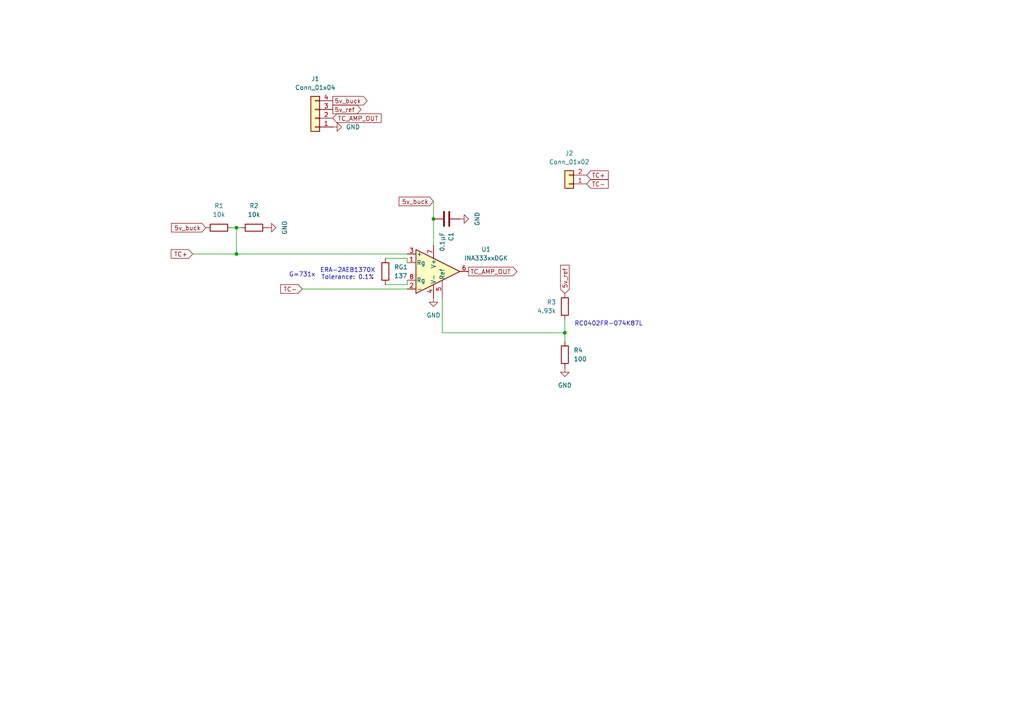
<source format=kicad_sch>
(kicad_sch (version 20250114) (generator "eeschema") (generator_version "9.0")
  (paper "A4")
  (lib_symbols
    (symbol "Amplifier_Instrumentation:INA333xxDGK" (pin_names (offset 0.127))
      (property "Reference" "U" (at 3.81 3.175 0))
      (property "Value" "INA333xxDGK" (at 3.81 -3.175 0))
      (symbol "INA333xxDGK_0_1"
        (polyline (pts (xy 7.62 0) (xy -5.08 6.35) (xy -5.08 -6.35) (xy 7.62 0)) (stroke (width 0.254)) (fill (type background)))
      )
      (symbol "INA333xxDGK_1_1"
        (pin input line (at -7.62 5.08 0) (length 2.54) (name "+") (number "3"))
        (pin passive line (at -7.62 2.54 0) (length 2.54) (name "Rg") (number "1"))
        (pin passive line (at -7.62 -2.54 0) (length 2.54) (name "Rg") (number "8"))
        (pin input line (at -7.62 -5.08 0) (length 2.54) (name "-") (number "2"))
        (pin power_in line (at 0 7.62 270) (length 3.81) (name "V+") (number "7"))
        (pin power_in line (at 0 -7.62 90) (length 3.81) (name "V-") (number "4"))
        (pin input line (at 2.54 -7.62 90) (length 5.08) (name "Ref") (number "5"))
        (pin output line (at 10.16 0 180) (length 2.54) (name "~") (number "6"))
      )
    )
    (symbol "Connector_Generic:Conn_01x02" (pin_names (offset 1.016) (hide yes))
      (property "Reference" "J" (at 0 2.54 0))
      (property "Value" "Conn_01x02" (at 0 -5.08 0))
      (symbol "Conn_01x02_1_1"
        (rectangle (start -1.27 1.27) (end 1.27 -3.81) (stroke (width 0.254)) (fill (type background)))
        (rectangle (start -1.27 0.127) (end 0 -0.127) (stroke (width 0.1524)))
        (rectangle (start -1.27 -2.413) (end 0 -2.667) (stroke (width 0.1524)))
        (pin passive line (at -5.08 0 0) (length 3.81) (name "Pin_1") (number "1"))
        (pin passive line (at -5.08 -2.54 0) (length 3.81) (name "Pin_2") (number "2"))
      )
    )
    (symbol "Connector_Generic:Conn_01x04" (pin_names (offset 1.016) (hide yes))
      (property "Reference" "J" (at 0 5.08 0))
      (property "Value" "Conn_01x04" (at 0 -7.62 0))
      (symbol "Conn_01x04_1_1"
        (rectangle (start -1.27 3.81) (end 1.27 -6.35) (stroke (width 0.254)) (fill (type background)))
        (rectangle (start -1.27 2.667) (end 0 2.413) (stroke (width 0.1524)))
        (rectangle (start -1.27 0.127) (end 0 -0.127) (stroke (width 0.1524)))
        (rectangle (start -1.27 -2.413) (end 0 -2.667) (stroke (width 0.1524)))
        (rectangle (start -1.27 -4.953) (end 0 -5.207) (stroke (width 0.1524)))
        (pin passive line (at -5.08 2.54 0) (length 3.81) (name "Pin_1") (number "1"))
        (pin passive line (at -5.08 0 0) (length 3.81) (name "Pin_2") (number "2"))
        (pin passive line (at -5.08 -2.54 0) (length 3.81) (name "Pin_3") (number "3"))
        (pin passive line (at -5.08 -5.08 0) (length 3.81) (name "Pin_4") (number "4"))
      )
    )
    (symbol "Device:C" (pin_numbers (hide yes)) (pin_names (offset 0.254))
      (property "Reference" "C" (at 0.635 2.54 0))
      (property "Value" "C" (at 0.635 -2.54 0))
      (symbol "C_0_1"
        (polyline (pts (xy -2.032 0.762) (xy 2.032 0.762)) (stroke (width 0.508)))
        (polyline (pts (xy -2.032 -0.762) (xy 2.032 -0.762)) (stroke (width 0.508)))
      )
      (symbol "C_1_1"
        (pin passive line (at 0 3.81 270) (length 2.794) (name "~") (number "1"))
        (pin passive line (at 0 -3.81 90) (length 2.794) (name "~") (number "2"))
      )
    )
    (symbol "Device:R" (pin_numbers (hide yes)) (pin_names (offset 0))
      (property "Reference" "R" (at 2.032 0 90))
      (property "Value" "R" (at 0 0 90))
      (symbol "R_0_1"
        (rectangle (start -1.016 -2.54) (end 1.016 2.54) (stroke (width 0.254)))
      )
      (symbol "R_1_1"
        (pin passive line (at 0 3.81 270) (length 1.27) (name "~") (number "1"))
        (pin passive line (at 0 -3.81 90) (length 1.27) (name "~") (number "2"))
      )
    )
    (symbol "power:GND" (power) (pin_numbers (hide yes)) (pin_names (offset 0) (hide yes))
      (property "Value" "GND" (at 0 -3.81 0))
      (symbol "GND_0_1"
        (polyline (pts (xy 0 0) (xy 0 -1.27) (xy 1.27 -1.27) (xy 0 -2.54) (xy -1.27 -1.27) (xy 0 -1.27)))
      )
      (symbol "GND_1_1"
        (pin power_in line (at 0 0 270) (length 0) (name "~") (number "1"))
      )
    )
  )
  (text "ERA-2AEB1370X\nTolerance: 0.1%" (at 100.838 79.502 0) (effects (font (size 1.27 1.27))))
  (text "G=731x" (at 87.63 79.756 0) (effects (font (size 1.27 1.27))))
  (text "RC0402FR-074K87L\n" (at 176.53 93.98 0) (effects (font (size 1.27 1.27))))
  (junction (at 68.58 73.66))
  (junction (at 68.58 66.04))
  (junction (at 125.73 63.5))
  (junction (at 163.83 96.52))
  (wire (pts (xy 68.58 66.04) (xy 68.58 73.66)))
  (wire (pts (xy 128.27 96.52) (xy 163.83 96.52)))
  (wire (pts (xy 55.88 73.66) (xy 68.58 73.66)))
  (wire (pts (xy 118.11 74.93) (xy 118.11 76.2)))
  (wire (pts (xy 68.58 73.66) (xy 118.11 73.66)))
  (wire (pts (xy 125.73 63.5) (xy 125.73 71.12)))
  (wire (pts (xy 125.73 58.42) (xy 125.73 63.5)))
  (wire (pts (xy 163.83 96.52) (xy 163.83 92.71)))
  (wire (pts (xy 163.83 96.52) (xy 163.83 99.06)))
  (wire (pts (xy 128.27 86.36) (xy 128.27 96.52)))
  (wire (pts (xy 87.63 83.82) (xy 118.11 83.82)))
  (wire (pts (xy 111.76 82.55) (xy 118.11 82.55)))
  (wire (pts (xy 111.76 74.93) (xy 118.11 74.93)))
  (wire (pts (xy 69.85 66.04) (xy 68.58 66.04)))
  (wire (pts (xy 68.58 66.04) (xy 67.31 66.04)))
  (wire (pts (xy 118.11 82.55) (xy 118.11 81.28)))
  (global_label "TC+" (shape input) (at 55.88 73.66 180) (property "Intersheetrefs" "${INTERSHEET_REFS}" (effects (hide yes))))
  (global_label "5v_buck" (shape output) (at 96.52 29.21 0) (property "Intersheetrefs" "${INTERSHEET_REFS}" (effects (hide yes))))
  (global_label "5v_ref" (shape output) (at 96.52 31.75 0) (property "Intersheetrefs" "${INTERSHEET_REFS}" (effects (hide yes))))
  (global_label "TC-" (shape input) (at 170.18 53.34 0) (property "Intersheetrefs" "${INTERSHEET_REFS}" (effects (hide yes))))
  (global_label "5v_buck" (shape input) (at 125.73 58.42 180) (property "Intersheetrefs" "${INTERSHEET_REFS}" (effects (hide yes))))
  (global_label "5v_ref" (shape input) (at 163.83 85.09 90) (property "Intersheetrefs" "${INTERSHEET_REFS}" (effects (hide yes))))
  (global_label "TC+" (shape input) (at 170.18 50.8 0) (property "Intersheetrefs" "${INTERSHEET_REFS}" (effects (hide yes))))
  (global_label "TC_AMP_OUT" (shape input) (at 96.52 34.29 0) (property "Intersheetrefs" "${INTERSHEET_REFS}" (effects (hide yes))))
  (global_label "TC_AMP_OUT" (shape output) (at 135.89 78.74 0) (property "Intersheetrefs" "${INTERSHEET_REFS}" (effects (hide yes))))
  (global_label "5v_buck" (shape input) (at 59.69 66.04 180) (property "Intersheetrefs" "${INTERSHEET_REFS}" (effects (hide yes))))
  (global_label "TC-" (shape input) (at 87.63 83.82 180) (property "Intersheetrefs" "${INTERSHEET_REFS}" (effects (hide yes))))
  (symbol (lib_id "Device:R") (at 163.83 102.87 0) (unit 1)
    (property "Reference" "R4" (at 166.37 101.5999 0) (effects (justify left)))
    (property "Value" "100" (at 166.37 104.1399 0) (effects (justify left)))
    (property "Footprint" "Resistor_SMD:R_0402_1005Metric" (effects (hide yes)))
    (property "Description" "Resistor" (effects (hide yes)))
  )
  (symbol (lib_id "Device:R") (at 163.83 88.9 0) (mirror y) (unit 1)
    (property "Reference" "R3" (at 161.29 87.6299 0) (effects (justify left)))
    (property "Value" "4.93k" (at 161.29 90.1699 0) (effects (justify left)))
    (property "Footprint" "Resistor_SMD:R_0402_1005Metric" (effects (hide yes)))
    (property "Description" "Resistor" (effects (hide yes)))
  )
  (symbol (lib_id "Device:R") (at 111.76 78.74 0) (unit 1)
    (property "Reference" "RG1" (at 114.3 77.4699 0) (effects (justify left)))
    (property "Value" "137" (at 114.3 80.0099 0) (effects (justify left)))
    (property "Footprint" "Resistor_SMD:R_0402_1005Metric" (effects (hide yes)))
    (property "Description" "Resistor" (effects (hide yes)))
  )
  (symbol (lib_id "Amplifier_Instrumentation:INA333xxDGK") (at 125.73 78.74 0) (unit 1)
    (property "Reference" "U1" (at 140.97 72.3198 0))
    (property "Value" "INA333xxDGK" (at 140.97 74.8598 0))
    (property "Footprint" "Package_SO:VSSOP-8_3x3mm_P0.65mm" (effects (hide yes)))
    (property "Datasheet" "https://www.ti.com/lit/ds/symlink/ina333.pdf" (effects (hide yes)))
    (property "Description" "Zero Drift, Micropower Instrumentation Amplifier G = 1 + 100kOhm/Rg, VSSOP-8" (effects (hide yes)))
  )
  (symbol (lib_id "Connector_Generic:Conn_01x04") (at 91.44 34.29 180) (unit 1)
    (property "Reference" "J1" (at 91.44 22.86 0))
    (property "Value" "Conn_01x04" (at 91.44 25.4 0))
    (property "Footprint" "Connector_JST:JST_PH_B4B-PH-SM4-TB_1x04-1MP_P2.00mm_Vertical" (effects (hide yes)))
    (property "Description" "Generic connector, single row, 01x04, script generated (kicad-library-utils/schlib/autogen/connector/)" (effects (hide yes)))
  )
  (symbol (lib_id "power:GND") (at 96.52 36.83 90) (unit 1)
    (property "Reference" "#PWR01" (effects (hide yes)))
    (property "Value" "GND" (at 100.33 36.8299 90) (effects (justify right)))
    (property "Description" "Power symbol creates a global label with name \"GND\" , ground" (effects (hide yes)))
  )
  (symbol (lib_id "Device:C") (at 129.54 63.5 270) (unit 1)
    (property "Reference" "C1" (at 130.8101 67.31 0) (effects (justify left)))
    (property "Value" "0.1µF" (at 128.2701 67.31 0) (effects (justify left)))
    (property "Footprint" "Capacitor_SMD:C_0402_1005Metric" (effects (hide yes)))
    (property "Description" "Unpolarized capacitor" (effects (hide yes)))
  )
  (symbol (lib_id "power:GND") (at 133.35 63.5 90) (unit 1)
    (property "Reference" "#PWR05" (effects (hide yes)))
    (property "Value" "GND" (at 138.43 63.5 0))
    (property "Description" "Power symbol creates a global label with name \"GND\" , ground" (effects (hide yes)))
  )
  (symbol (lib_id "power:GND") (at 163.83 106.68 0) (unit 1)
    (property "Reference" "#PWR04" (effects (hide yes)))
    (property "Value" "GND" (at 163.83 111.76 0))
    (property "Description" "Power symbol creates a global label with name \"GND\" , ground" (effects (hide yes)))
  )
  (symbol (lib_id "Device:R") (at 63.5 66.04 90) (unit 1)
    (property "Reference" "R1" (at 63.5 59.69 90))
    (property "Value" "10k" (at 63.5 62.23 90))
    (property "Footprint" "Resistor_SMD:R_0402_1005Metric" (effects (hide yes)))
    (property "Description" "Resistor" (effects (hide yes)))
  )
  (symbol (lib_id "power:GND") (at 77.47 66.04 90) (unit 1)
    (property "Reference" "#PWR02" (effects (hide yes)))
    (property "Value" "GND" (at 82.55 66.04 0))
    (property "Description" "Power symbol creates a global label with name \"GND\" , ground" (effects (hide yes)))
  )
  (symbol (lib_id "power:GND") (at 125.73 86.36 0) (unit 1)
    (property "Reference" "#PWR03" (effects (hide yes)))
    (property "Value" "GND" (at 125.73 91.44 0))
    (property "Description" "Power symbol creates a global label with name \"GND\" , ground" (effects (hide yes)))
  )
  (symbol (lib_id "Device:R") (at 73.66 66.04 90) (unit 1)
    (property "Reference" "R2" (at 73.66 59.69 90))
    (property "Value" "10k" (at 73.66 62.23 90))
    (property "Footprint" "Resistor_SMD:R_0402_1005Metric" (effects (hide yes)))
    (property "Description" "Resistor" (effects (hide yes)))
  )
  (symbol (lib_id "Connector_Generic:Conn_01x02") (at 165.1 53.34 180) (unit 1)
    (property "Reference" "J2" (at 165.1 44.45 0))
    (property "Value" "Conn_01x02" (at 165.1 46.99 0))
    (property "Footprint" "Connector_JST:JST_PH_B2B-PH-SM4-TB_1x02-1MP_P2.00mm_Vertical" (effects (hide yes)))
    (property "Description" "Generic connector, single row, 01x02, script generated (kicad-library-utils/schlib/autogen/connector/)" (effects (hide yes)))
  )
)
</source>
